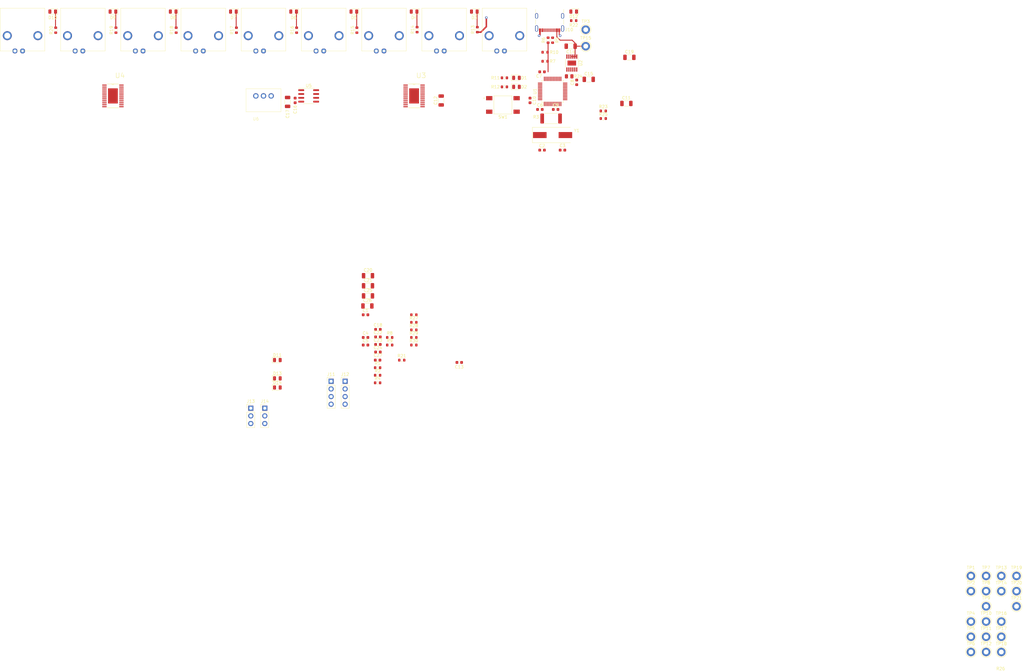
<source format=kicad_pcb>
(kicad_pcb (version 20221018) (generator pcbnew)
  (layers (0 "F.Cu" signal) (31 "B.Cu" power) (34 "B.Paste" user) (35 "F.Paste" user) (36 "B.SilkS" user "B.Silkscreen") (37 "F.SilkS" user "F.Silkscreen") (38 "B.Mask" user) (39 "F.Mask" user) (44 "Edge.Cuts" user))
  (net 0 "")
  (net 1 "+3V3")
  (net 2 "GND")
  (net 3 "/OSCIN")
  (net 4 "/OSCOUT")
  (net 5 "/NRST")
  (net 6 "/USB_VBUS")
  (net 7 "Net-(U2-SET)")
  (net 8 "/AVDD")
  (net 9 "/REF_2V5")
  (net 10 "/AVSS")
  (net 11 "/PIN_GND")
  (net 12 "/LED_1")
  (net 13 "/LED_2")
  (net 14 "Net-(D1-K)")
  (net 15 "/LED_CH1")
  (net 16 "Net-(D2-K)")
  (net 17 "/LED_CH2")
  (net 18 "Net-(D3-K)")
  (net 19 "/LED_CH3")
  (net 20 "Net-(D4-K)")
  (net 21 "/LED_CH4")
  (net 22 "Net-(D5-K)")
  (net 23 "/LED_CH5")
  (net 24 "Net-(D6-K)")
  (net 25 "/LED_CH6")
  (net 26 "Net-(D7-K)")
  (net 27 "/LED_CH7")
  (net 28 "Net-(D8-K)")
  (net 29 "/LED_CH8")
  (net 30 "Net-(D9-K)")
  (net 31 "Net-(D10-K)")
  (net 32 "Net-(D11-K)")
  (net 33 "Net-(D13-A)")
  (net 34 "Net-(D14-A)")
  (net 35 "/OUT_1")
  (net 36 "/OUT_2")
  (net 37 "/OUT_3")
  (net 38 "/OUT_4")
  (net 39 "/OUT_5")
  (net 40 "/OUT_6")
  (net 41 "/OUT_7")
  (net 42 "/OUT_8")
  (net 43 "/PIN_VCC")
  (net 44 "/USB_CC1")
  (net 45 "Net-(J10-D+-PadA6)")
  (net 46 "Net-(J10-D--PadA7)")
  (net 47 "/SWDIO")
  (net 48 "/USB_CC2")
  (net 49 "/SWCLK")
  (net 50 "Net-(J10-SHIELD)")
  (net 51 "/UART_TX")
  (net 52 "/UART_RX")
  (net 53 "Net-(J13-Pin_2)")
  (net 54 "Net-(J14-Pin_2)")
  (net 55 "/BOOT0")
  (net 56 "/USB_DM")
  (net 57 "/USB_DP")
  (net 58 "Net-(U2-PGFB)")
  (net 59 "/BOOT1")
  (net 60 "Net-(U2-PG)")
  (net 61 "/SPI_NSS")
  (net 62 "/SPI_CLK")
  (net 63 "/SPI_MOSI")
  (net 64 "/SPI_MISO")
  (net 65 "/NLDAC")
  (net 66 "/NCLR")
  (net 81 "Net-(U3-SDO)")
  (net 90 "Net-(D12-K)")
  (footprint "TestPoint:TestPoint_Keystone_5010-5014_Multipurpose" (layer "F.Cu") (at 354.9 234.55)
    (fp_text reference "TP4")
    (fp_text value "AVSS")
  )
  (footprint "Capacitor_SMD:C_0603_1608Metric" (layer "F.Cu") (at 219.275 78 180)
    (fp_text reference "C3")
    (fp_text value "20pF")
  )
  (footprint "AD5754BREZ:SOP65P640X120-25N" (layer "F.Cu") (at 170 60)
    (fp_text reference "U3")
    (fp_text value "AD5754BREZ")
  )
  (footprint "Capacitor_SMD:C_0603_1608Metric" (layer "F.Cu") (at 212.5 52 180)
    (fp_text reference "C7")
    (fp_text value "0.1uF")
  )
  (footprint "LED_SMD:LED_0805_2012Metric" (layer "F.Cu") (at 124.6 147.705)
    (fp_text reference "D11")
    (fp_text value "3v3")
  )
  (footprint "Capacitor_SMD:C_0603_1608Metric" (layer "F.Cu") (at 224 55.5 90)
    (fp_text reference "C8")
    (fp_text value "0.1uF")
  )
  (footprint "LED_SMD:LED_0805_2012Metric" (layer "F.Cu") (at 150 32 180)
    (fp_text reference "D5")
    (fp_text value "CH3")
  )
  (footprint "TestPoint:TestPoint_Keystone_5010-5014_Multipurpose" (layer "F.Cu") (at 354.9 224.45)
    (fp_text reference "TP2")
    (fp_text value "3V3")
  )
  (footprint "Resistor_SMD:R_0603_1608Metric" (layer "F.Cu") (at 213.5 45.5 180)
    (fp_text reference "R10")
    (fp_text value "4k7")
  )
  (footprint "Resistor_SMD:R_0603_1608Metric" (layer "F.Cu") (at 200 54 180)
    (fp_text reference "R11")
    (fp_text value "510R")
  )
  (footprint "TestPoint:TestPoint_Keystone_5010-5014_Multipurpose" (layer "F.Cu") (at 359.95 234.55)
    (fp_text reference "TP10")
    (fp_text value "OUT5")
  )
  (footprint "Resistor_SMD:R_0603_1608Metric" (layer "F.Cu") (at 151 38.175 -90)
    (fp_text reference "R15")
    (fp_text value "510R")
  )
  (footprint "LED_SMD:LED_0805_2012Metric" (layer "F.Cu") (at 110 32 180)
    (fp_text reference "D7")
    (fp_text value "CH5")
  )
  (footprint "LED_SMD:LED_0805_2012Metric" (layer "F.Cu") (at 223 32 180)
    (fp_text reference "D12")
    (fp_text value "USB_VBUS")
  )
  (footprint "TestPoint:TestPoint_Keystone_5010-5014_Multipurpose" (layer "F.Cu") (at 370.05 219.4)
    (fp_text reference "TP19")
    (fp_text value "MISO")
  )
  (footprint "CONBNC002:CONBNC002" (layer "F.Cu") (at 120 40)
    (fp_text reference "J4" hide)
    (fp_text value "OUT4" hide)
  )
  (footprint "LED_SMD:LED_0805_2012Metric" (layer "F.Cu") (at 50 32 180)
    (fp_text reference "D10")
    (fp_text value "CH8")
  )
  (footprint "LED_SMD:LED_0805_2012Metric" (layer "F.Cu") (at 190 32 180)
    (fp_text reference "D3")
    (fp_text value "CH1")
  )
  (footprint "LED_SMD:LED_0805_2012Metric" (layer "F.Cu") (at 124.6 153.785)
    (fp_text reference "D13")
    (fp_text value "PIN")
  )
  (footprint "LED_SMD:LED_0805_2012Metric" (layer "F.Cu") (at 170 32 180)
    (fp_text reference "D4")
    (fp_text value "CH2")
  )
  (footprint "CONBNC002:CONBNC002" (layer "F.Cu") (at 200 40)
    (fp_text reference "J9" hide)
    (fp_text value "PIN" hide)
  )
  (footprint "Capacitor_SMD:C_0603_1608Metric" (layer "F.Cu") (at 211.775 64.5)
    (fp_text reference "C6")
    (fp_text value "0.1uF")
  )
  (footprint "Resistor_SMD:R_0603_1608Metric" (layer "F.Cu") (at 51 38.175 -90)
    (fp_text reference "R20")
    (fp_text value "510R")
  )
  (footprint "Resistor_SMD:R_0603_1608Metric" (layer "F.Cu") (at 157.89 152.76)
    (fp_text reference "R2")
    (fp_text value "10K")
  )
  (footprint "LED_SMD:LED_0805_2012Metric" (layer "F.Cu") (at 204 54)
    (fp_text reference "D1")
    (fp_text value "LED1")
  )
  (footprint "AD5754BREZ:SOP65P640X120-25N" (layer "F.Cu") (at 70 60)
    (fp_text reference "U4")
    (fp_text value "AD5754BREZ")
  )
  (footprint "Capacitor_SMD:C_0603_1608Metric" (layer "F.Cu") (at 153.88 142.72)
    (fp_text reference "C5")
    (fp_text value "0.1uF")
  )
  (footprint "LED_SMD:LED_0805_2012Metric" (layer "F.Cu") (at 124.6 156.825)
    (fp_text reference "D14")
    (fp_text value "AVDD")
  )
  (footprint "Capacitor_SMD:C_0603_1608Metric" (layer "F.Cu") (at 158 145.05)
    (fp_text reference "C24")
    (fp_text value "0.1uF")
  )
  (footprint "TestPoint:TestPoint_Keystone_5010-5014_Multipurpose" (layer "F.Cu") (at 365 224.45)
    (fp_text reference "TP14")
    (fp_text value "2v5")
  )
  (footprint "CONBNC002:CONBNC002" (layer "F.Cu") (at 180 40)
    (fp_text reference "J1" hide)
    (fp_text value "OUT1" hide)
  )
  (footprint "Resistor_SMD:R_0603_1608Metric" (layer "F.Cu") (at 91 38.175 -90)
    (fp_text reference "R18")
    (fp_text value "510R")
  )
  (footprint "Connector_PinHeader_2.54mm:PinHeader_1x04_P2.54mm_Vertical" (layer "F.Cu") (at 147.1 154.76)
    (fp_text reference "J12")
    (fp_text value "UART")
  )
  (footprint "Resistor_SMD:R_0603_1608Metric" (layer "F.Cu") (at 111 38.175 -90)
    (fp_text reference "R17")
    (fp_text value "510R")
  )
  (footprint "TestPoint:TestPoint_Keystone_5010-5014_Multipurpose" (layer "F.Cu") (at 359.95 239.6)
    (fp_text reference "TP11")
    (fp_text value "OUT6")
  )
  (footprint "TestPoint:TestPoint_Keystone_5010-5014_Multipurpose" (layer "F.Cu") (at 227 43.5)
    (fp_text reference "TP15")
    (fp_text value "USB_VBUS")
  )
  (footprint "CONBNC002:CONBNC002" (layer "F.Cu") (at 60 40)
    (fp_text reference "J7" hide)
    (fp_text value "OUT7" hide)
  )
  (footprint "CONBNC002:CONBNC002" (layer "F.Cu") (at 80 40)
    (fp_text reference "J6" hide)
    (fp_text value "OUT6" hide)
  )
  (footprint "TestPoint:TestPoint_Keystone_5010-5014_Multipurpose" (layer "F.Cu") (at 354.9 239.6)
    (fp_text reference "TP5")
    (fp_text value "AVDD")
  )
  (footprint "Resistor_SMD:R_0603_1608Metric" (layer "F.Cu") (at 169.92 132.68)
    (fp_text reference "R26")
    (fp_text value "10k")
  )
  (footprint "Crystal:Crystal_SMD_HC49-SD" (layer "F.Cu") (at 216 73)
    (fp_text reference "Y1")
    (fp_text value "8MHz")
  )
  (footprint "Resistor_SMD:R_0603_1608Metric" (layer "F.Cu") (at 191 38 -90)
    (fp_text reference "R13")
    (fp_text value "510R")
  )
  (footprint "TestPoint:TestPoint_Keystone_5010-5014_Multipurpose" (layer "F.Cu") (at 354.9 244.65)
    (fp_text reference "TP6")
    (fp_text value "OUT1")
  )
  (footprint "Connector_PinHeader_2.54mm:PinHeader_1x04_P2.54mm_Vertical" (layer "F.Cu") (at 142.45 154.76)
    (fp_text reference "J11")
    (fp_text value "SWD")
  )
  (footprint "Capacitor_SMD:C_1206_3216Metric" (layer "F.Cu") (at 179 61.525 90)
    (fp_text reference "C12")
    (fp_text value "10uF")
  )
  (footprint "Capacitor_SMD:C_0603_1608Metric" (layer "F.Cu") (at 158 140.03)
    (fp_text reference "C22")
    (fp_text value "0.1uF")
  )
  (footprint "TestPoint:TestPoint_Keystone_5010-5014_Multipurpose" (layer "F.Cu") (at 359.95 224.45)
    (fp_text reference "TP8")
    (fp_text value "OUT3")
  )
  (footprint "Resistor_SMD:R_0603_1608Metric" (layer "F.Cu") (at 232.825 65)
    (fp_text reference "R23")
    (fp_text value "33.2k")
  )
  (footprint "Resistor_SMD:R_0603_1608Metric" (layer "F.Cu") (at 157.89 155.27)
    (fp_text reference "R4")
    (fp_text value "0R")
  )
  (footprint "LED_SMD:LED_0805_2012Metric" (layer "F.Cu") (at 70 32 180)
    (fp_text reference "D9")
    (fp_text value "CH7")
  )
  (footprint "CONBNC002:CONBNC002" (layer "F.Cu") (at 100 40)
    (fp_text reference "J5" hide)
    (fp_text value "OUT5" hide)
  )
  (footprint "Resistor_SMD:R_0603_1608Metric" (layer "F.Cu") (at 232.825 67.51)
    (fp_text reference "R25")
    (fp_text value "49.9k")
  )
  (footprint "Capacitor_SMD:C_0603_1608Metric" (layer "F.Cu") (at 130.5 61.5 -90)
    (fp_text reference "C16")
    (fp_text value "0.1uF")
  )
  (footprint "TestPoint:TestPoint_Keystone_5010-5014_Multipurpose" (layer "F.Cu") (at 359.95 244.65)
    (fp_text reference "TP12")
    (fp_text value "OUT7")
  )
  (footprint "Capacitor_SMD:C_0603_1608Metric" (layer "F.Cu") (at 208.5 61.5 -90)
    (fp_text reference "C10")
    (fp_text value "0.1uF")
  )
  (footprint "TestPoint:TestPoint_Keystone_5010-5014_Multipurpose" (layer "F.Cu") (at 227 38)
    (fp_text reference "TP3")
    (fp_text value "3V3_PG")
  )
  (footprint "Resistor_SMD:R_0603_1608Metric" (layer "F.Cu") (at 169.92 140.21)
    (fp_text reference "R29")
    (fp_text value "10k")
  )
  (footprint "Capacitor_SMD:C_1206_3216Metric" (layer "F.Cu") (at 154.5 129.75)
    (fp_text reference "C26")
    (fp_text value "10uF")
  )
  (footprint "Package_SO:MSOP-12-1EP_3x4mm_P0.65mm_EP1.65x2.85mm" (layer "F.Cu") (at 222.375 49.09 -90)
    (fp_text reference "U2")
    (fp_text value "LT3045xMSE")
  )
  (footprint "Resistor_SMD:R_0603_1608Metric" (layer "F.Cu") (at 161.9 140.21)
    (fp_text reference "R8")
    (fp_text value "5k1")
  )
  (footprint "TestPoint:TestPoint_Keystone_5010-5014_Multipurpose" (layer "F.Cu") (at 365 239.6)
    (fp_text reference "TP17")
    (fp_text value "SCK")
  )
  (footprint "Capacitor_SMD:C_0603_1608Metric" (layer "F.Cu") (at 153.88 140.21)
    (fp_text reference "C4")
    (fp_text value "1uF")
  )
  (footprint "Capacitor_SMD:C_0603_1608Metric" (layer "F.Cu") (at 217 64.5)
    (fp_text reference "C9")
    (fp_text value "0.1uF")
  )
  (footprint "Resistor_SMD:R_0603_1608Metric" (layer "F.Cu") (at 169.92 142.72)
    (fp_text reference "R30")
    (fp_text value "10k")
  )
  (footprint "Capacitor_SMD:C_1206_3216Metric" (layer "F.Cu") (at 240.5 62.5)
    (fp_text reference "C11")
    (fp_text value "10uF")
  )
  (footprint "Resistor_SMD:R_2512_6332Metric" (layer "F.Cu") (at 215.5 67.5)
    (fp_text reference "R3")
    (fp_text value "1M")
  )
  (footprint "Capacitor_SMD:C_0603_1608Metric" (layer "F.Cu") (at 158 142.54)
    (fp_text reference "C23")
    (fp_text value "0.1uF")
  )
  (footprint "Capacitor_SMD:C_1206_3216Metric" (layer "F.Cu") (at 154.7 119.7)
    (fp_text reference "C20")
    (fp_text value "10uF")
  )
  (footprint "Package_QFP:LQFP-48_7x7mm_P0.5mm" (layer "F.Cu") (at 216 58.5 90)
    (fp_text reference "U1")
    (fp_text value "STM32F103C8Tx")
  )
  (footprint "Package_SO:SOIC-8_3.9x4.9mm_P1.27mm" (layer "F.Cu") (at 135 60)
    (fp_text reference "U5")
    (fp_text value "REF192")
  )
  (footprint "Capacitor_SMD:C_1206_3216Metric" (layer "F.Cu") (at 228 54.5)
    (fp_text reference "C15")
    (fp_text value "4.7uF")
  )
  (footprint "Connector_USB:USB_C_Receptacle_GCT_USB4105-xx-A_16P_TopMnt_Horizontal" (layer "F.Cu") (at 215 34.5 180)
    (fp_text reference "J10")
    (fp_text value "USB_C_Receptacle_USB2.0")
  )
  (footprint "CONBNC002:CONBNC002" (layer "F.Cu") (at 40 40)
    (fp_text reference "J8" hide)
    (fp_text value "OUT8" hide)
  )
  (footprint "TestPoint:TestPoint_Keystone_5010-5014_Multipurpose" (layer "F.Cu") (at 365 219.4)
    (fp_text reference "TP13")
    (fp_text value "OUT8")
  )
  (footprint "Resistor_SMD:R_0603_1608Metric" (layer "F.Cu") (at 157.89 150.25)
    (fp_text reference "R1")
    (fp_text value "10k")
  )
  (footprint "Resistor_SMD:R_0603_1608Metric" (layer "F.Cu") (at 169.92 135.19)
    (fp_text reference "R27")
    (fp_text value "0R")
  )
  (footprint "Capacitor_SMD:C_0603_1608Metric" (layer "F.Cu") (at 212.5 78)
    (fp_text reference "C2")
    (fp_text value "20pF")
  )
  (footprint "LED_SMD:LED_0805_2012Metric" (layer "F.Cu") (at 204 57)
    (fp_text reference "D2")
    (fp_text value "LED2")
  )
  (footprint "TestPoint:TestPoint_Keystone_5010-5014_Multipurpose" (layer "F.Cu") (at 365 234.55)
    (fp_text reference "TP16")
    (fp_text value "NSS")
  )
  (footprint "Capacitor_SMD:C_0603_1608Metric" (layer "F.Cu") (at 157.89 147.74)
    (fp_text reference "C27")
    (fp_text value "0.1uF")
  )
  (footprint "EPM78V2:EPM78V2" (layer "F.Cu") (at 120 60)
    (fp_text reference "U6")
    (fp_text value "EPM78V2")
  )
  (footprint "Capacitor_SMD:C_0603_1608Metric" (layer "F.Cu") (at 158 137.52)
    (fp_text reference "C18")
    (fp_text value "0.1uF")
  )
  (footprint "Resistor_SMD:R_0603_1608Metric" (layer "F.Cu") (at 223 35)
    (fp_text reference "R22")
    (fp_text value "1k5")
  )
  (footprint "Resistor_SMD:R_0603_1608Metric" (layer "F.Cu") (at 214.5 41.5 -90)
    (fp_text reference "R6")
    (fp_text value "20R")
  )
  (footprint "Resistor_SMD:R_0603_1608Metric" (layer "F.Cu") (at 131 38.175 -90)
    (fp_text reference "R16")
    (fp_text value "510R")
  )
  (footprint "TestPoint:TestPoint_Keystone_5010-5014_Multipurpose" (layer "F.Cu") (at 359.95 219.4)
    (fp_text reference "TP7")
    (fp_text value "OUT2")
  )
  (footprint "Resistor_SMD:R_0603_1608Metric" (layer "F.Cu") (at 71 38.175 -90)
    (fp_text reference "R19")
    (fp_text value "510R")
  )
  (footprint "TestPoint:TestPoint_Keystone_5010-5014_Multipurpose" (layer "F.Cu") (at 354.9 219.4)
    (fp_text reference "TP1")
    (fp_text value "GND")
  )
  (footprint "Capacitor_SMD:C_0603_1608Metric" (layer "F.Cu") (at 185 148.5 180)
    (fp_text reference "C13")
    (fp_text value "0.1uF")
  )
  (footprint "Connector_PinHeader_2.54mm:PinHeader_1x03_P2.54mm_Vertical" (layer "F.Cu") (at 115.78 163.71)
    (fp_text reference "J13")
    (fp_text value "BOOT0")
  )
  (footprint "Resistor_SMD:R_0603_1608Metric" (layer "F.Cu") (at 213.5 48.5 180)
    (fp_text reference "R7")
    (fp_text value "1k5")
  )
  (footprint "TS04-66:SW_TS04-66-95-BK-100-SMT" (layer "F.Cu") (at 199.5 63)
    (fp_text reference "SW1")
    (fp_text value "RESET")
  )
  (footprint "Capacitor_SMD:C_1206_3216Metric" (layer "F.Cu") (at 154.7 123.05)
    (fp_text reference "C21")
    (fp_text value "10uF")
  )
  (footprint "LED_SMD:LED_0805_2012Metric" (layer "F.Cu") (at 90 32 180)
    (fp_text reference "D8")
    (fp_text value "CH6")
  )
  (footprint "TestPoint:TestPoint_Keystone_5010-5014_Multipurpose" (layer "F.Cu") (at 365 244.65)
    (fp_text reference "TP18")
    (fp_text value "MOSI")
  )
  (footprint "Resistor_SMD:R_0603_1608Metric" (layer "F.Cu") (at 200 57 180)
    (fp_text reference "R12")
    (fp_text value "510R")
  )
  (footprint "Capacitor_SMD:C_0603_1608Metric" (layer "F.Cu") (at 153.88 132.68)
    (fp_text reference "C1")
    (fp_text value "0.1uF")
  )
  (footprint "Capacitor_SMD:C_1206_3216Metric" (layer "F.Cu") (at 128 62 -90)
    (fp_text reference "C17")
    (fp_text value "10uF")
  )
  (footprint "TestPoint:TestPoint_Keystone_5010-5014_Multipurpose" (layer "F.Cu") (at 370.05 224.45)
    (fp_text reference "TP20")
    (fp_text value "NLDAC")
  )
  (footprint "Capacitor_SMD:C_1206_3216Metric" (layer "F.Cu") (at 154.7 126.4)
    (fp_text reference "C25")
    (fp_text value "10uF")
  )
  (footprint "TestPoint:TestPoint_Keystone_5010-5014_Multipurpose" (layer "F.Cu") (at 359.95 229.5)
    (fp_text reference "TP9")
    (fp_text value "OUT4")
  )
  (footprint "Resistor_SMD:R_0603_1608Metric" (layer "F.Cu") (at 165.91 147.74)
    (fp_text reference "R21")
    (fp_text value "510R")
  )
  (footprint "Capacitor_SMD:C_1206_3216Metric" (layer "F.Cu") (at 222 43.5 180)
    (fp_text reference "C14")
    (fp_text value "4.7uF")
  )
  (footprint "LED_SMD:LED_0805_2012Metric" (layer "F.Cu") (at 130 32 180)
    (fp_text reference "D6")
    (fp_text value "CH4")
  )
  (footprint "CONBNC002:CONBNC002" (layer "F.Cu") (at 160 40)
    (fp_text reference "J2" hide)
    (fp_text value "OUT2" hide)
  )
  (footprint "Capacitor_SMD:C_1206_3216Metric" (layer "F.Cu") (at 241.5 47.2)
    (fp_text reference "C19")
    (fp_text value "10uF")
  )
  (footprint "Connector_PinHeader_2.54mm:PinHeader_1x03_P2.54mm_Vertical" (layer "F.Cu") (at 120.43 163.71)
    (fp_text reference "J14")
    (fp_text value "BOOT1")
  )
  (footprint "TestPoint:TestPoint_Keystone_5010-5014_Multipurpose" (layer "F.Cu") (at 370.05 229.5)
    (fp_text reference "TP21")
    (fp_text value "NCLR")
  )
  (footprint "Resistor_SMD:R_0603_1608Metric" (layer "F.Cu") (at 161.9 142.72)
    (fp_text reference "R9")
    (fp_text value "5k1")
  )
  (footprint "Resistor_SMD:R_0603_1608Metric" (layer "F.Cu") (at 216 41.5 -90)
    (fp_text reference "R5")
    (fp_text value "20R")
  )
  (footprint "Resistor_SMD:R_0805_2012Metric" (layer "F.Cu") (at 221.5 53.5 180)
    (fp_text reference "R24")
    (fp_text value "453k")
  )
  (footprint "CONBNC002:CONBNC002" (layer "F.Cu") (at 140 40)
    (fp_text reference "J3" hide)
    (fp_text value "OUT3" hide)
  )
  (footprint "Resistor_SMD:R_0603_1608Metric" (layer "F.Cu") (at 171 38 -90)
    (fp_text reference "R14")
    (fp_text value "510R")
  )
  (footprint "Resistor_SMD:R_0603_1608Metric" (layer "F.Cu") (at 169.92 137.7)
    (fp_text reference "R28")
    (fp_text value "0R")
  )
  (segment (start 194 37) (end 194 34) (width 0.5) (layer "F.Cu") (net 2))
  (segment (start 211.8 38.18) (end 211.8 39.7) (width 0.5) (layer "F.Cu") (net 2))
  (segment (start 218.2 38.18) (end 218.2 39.7) (width 0.3) (layer "F.Cu") (net 2))
  (segment (start 191 38.825) (end 192.175 38.825) (width 0.5) (layer "F.Cu") (net 2))
  (segment (start 192.175 38.825) (end 194 37) (width 0.5) (layer "F.Cu") (net 2))
  (segment (start 218.2 39.7) (end 218.5 40) (width 0.3) (layer "F.Cu") (net 2))
  (via (at 194 34) (size 0.8) (drill 0.4) (layers "F.Cu" "B.Cu") (net 2))
  (via (at 218.5 40) (size 0.8) (drill 0.4) (layers "F.Cu" "B.Cu") (net 2))
  (via (at 211.5 40) (size 0.8) (drill 0.4) (layers "F.Cu" "B.Cu") (net 2))
  (segment (start 224 46.94) (end 222.05 46.94) (width 0.3) (layer "F.Cu") (net 6))
  (segment (start 217.4 40.4) (end 218.5 41.5) (width 0.3) (layer "F.Cu") (net 6))
  (segment (start 223.475 43.5) (end 223.475 46.815) (width 0.3) (layer "F.Cu") (net 6))
  (segment (start 223.475 42.475) (end 223.475 43.5) (width 0.3) (layer "F.Cu") (net 6))
  (segment (start 217.4 38.18) (end 217.4 40.4) (width 0.3) (layer "F.Cu") (net 6))
  (segment (start 218.5 41.5) (end 222.5 41.5) (width 0.3) (layer "F.Cu") (net 6))
  (segment (start 222.5 41.5) (end 223.475 42.475) (width 0.3) (layer "F.Cu") (net 6))
  (segment (start 223.475 43.5) (end 227 43.5) (width 0.3) (layer "F.Cu") (net 6))
  (segment (start 223.475 46.815) (end 223.35 46.94) (width 0.3) (layer "F.Cu") (net 6))
  (segment (start 190.9375 37.1125) (end 191 37.175) (width 0.3) (layer "F.Cu") (net 18))
  (segment (start 190.9375 32) (end 190.9375 37.1125) (width 0.3) (layer "F.Cu") (net 18))
  (segment (start 170.9375 37.1125) (end 171 37.175) (width 0.3) (layer "F.Cu") (net 20))
  (segment (start 170.9375 32) (end 170.9375 37.1125) (width 0.3) (layer "F.Cu") (net 20))
  (segment (start 150.9375 37.2875) (end 151 37.35) (width 0.3) (layer "F.Cu") (net 22))
  (segment (start 150.9375 32) (end 150.9375 37.2875) (width 0.3) (layer "F.Cu") (net 22))
  (segment (start 130.9375 32) (end 130.9375 37.2875) (width 0.3) (layer "F.Cu") (net 24))
  (segment (start 130.9375 37.2875) (end 131 37.35) (width 0.3) (layer "F.Cu") (net 24))
  (segment (start 110.9375 37.2875) (end 111 37.35) (width 0.3) (layer "F.Cu") (net 26))
  (segment (start 110.9375 32) (end 110.9375 37.2875) (width 0.3) (layer "F.Cu") (net 26))
  (segment (start 90.9375 32) (end 90.9375 37.2875) (width 0.3) (layer "F.Cu") (net 28))
  (segment (start 90.9375 37.2875) (end 91 37.35) (width 0.3) (layer "F.Cu") (net 28))
  (segment (start 70.9375 32) (end 70.9375 37.2875) (width 0.3) (layer "F.Cu") (net 30))
  (segment (start 70.9375 37.2875) (end 71 37.35) (width 0.3) (layer "F.Cu") (net 30))
  (segment (start 50.9375 32) (end 50.9375 37.2875) (width 0.3) (layer "F.Cu") (net 31))
  (segment (start 50.9375 37.2875) (end 51 37.35) (width 0.3) (layer "F.Cu") (net 31))
  (segment (start 214.5 42.325) (end 214.5 52) (width 0.3) (layer "F.Cu") (net 57))
)
</source>
